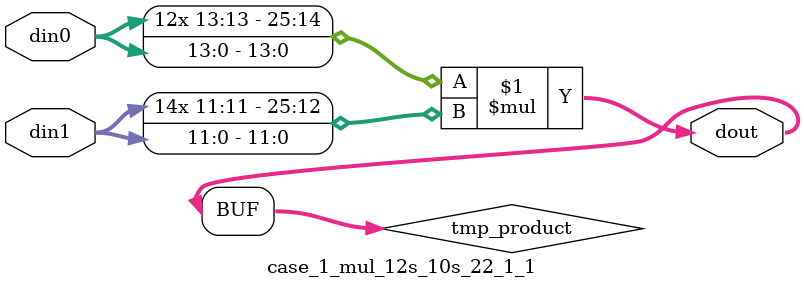
<source format=v>

`timescale 1 ns / 1 ps

 (* use_dsp = "no" *)  module case_1_mul_12s_10s_22_1_1(din0, din1, dout);
parameter ID = 1;
parameter NUM_STAGE = 0;
parameter din0_WIDTH = 14;
parameter din1_WIDTH = 12;
parameter dout_WIDTH = 26;

input [din0_WIDTH - 1 : 0] din0; 
input [din1_WIDTH - 1 : 0] din1; 
output [dout_WIDTH - 1 : 0] dout;

wire signed [dout_WIDTH - 1 : 0] tmp_product;



























assign tmp_product = $signed(din0) * $signed(din1);








assign dout = tmp_product;





















endmodule

</source>
